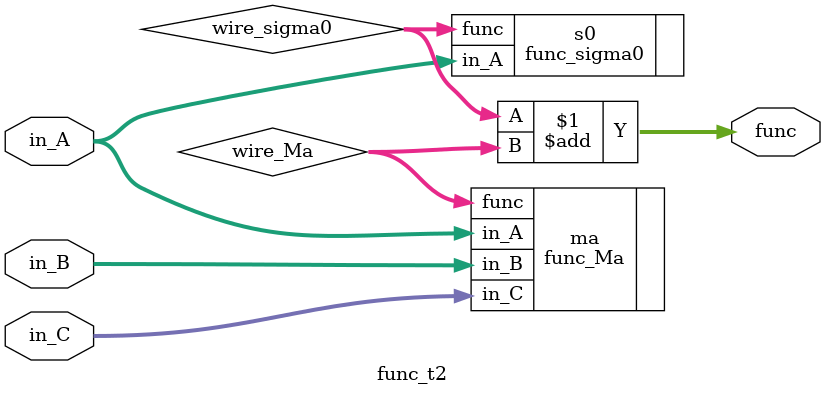
<source format=v>
`timescale 1ns / 1ps
`include "func_sigma0.v"
`include "func_Ma.v"
module func_t2(in_A, in_B, in_C, func);
	
	input wire[31:0] in_A, in_B, in_C; 
	output wire[31:0] func;
	
	wire[31:0] wire_sigma0, wire_Ma;
	
	func_sigma0 s0(.in_A(in_A), 
		.func(wire_sigma0));
	func_Ma ma(.in_A(in_A), .in_B(in_B),
		.in_C(in_C), .func(wire_Ma));
	
    assign func = wire_sigma0 + wire_Ma;
	
endmodule

</source>
